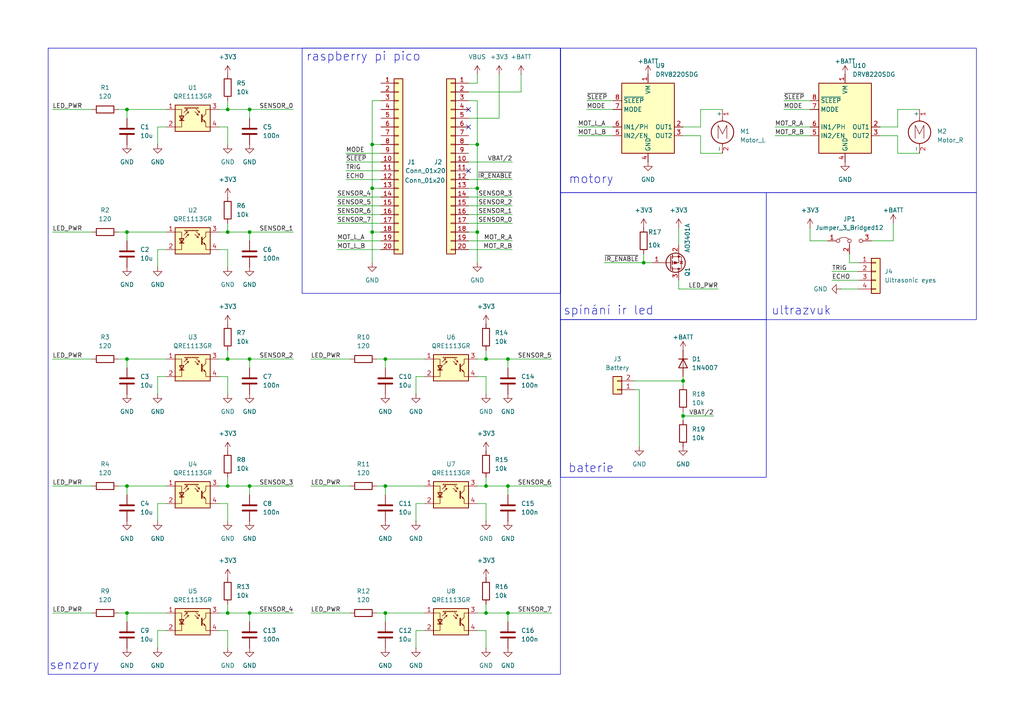
<source format=kicad_sch>
(kicad_sch (version 20250114) (generator "eeschema") (generator_version "9.0")
  (paper "A4")
  (rectangle (start 13.97 13.97) (end 162.56 195.58))
  (rectangle (start 222.25 55.88) (end 283.21 92.71))
  (rectangle (start 87.63 13.97) (end 162.56 85.09))
  (rectangle (start 162.56 92.71) (end 222.25 138.43))
  (rectangle (start 162.56 13.97) (end 283.21 55.88))
  (rectangle (start 162.56 55.88) (end 222.25 92.71))
  (text "baterie" (at 171.45 135.89 0) (effects (font (size 2.54 2.54))))
  (text "ultrazvuk" (at 232.41 90.17 0) (effects (font (size 2.54 2.54))))
  (text "raspberry pi pico" (at 105.41 16.51 0) (effects (font (size 2.54 2.54))))
  (text "senzory" (at 21.59 193.04 0) (effects (font (size 2.54 2.54))))
  (text "spínání ir led" (at 176.53 90.17 0) (effects (font (size 2.54 2.54))))
  (text "motory" (at 171.45 52.07 0) (effects (font (size 2.54 2.54))))
  (junction (at 36.83 31.75))
  (junction (at 66.04 104.14))
  (junction (at 138.43 54.61))
  (junction (at 66.04 177.8))
  (junction (at 198.12 120.65))
  (junction (at 66.04 31.75))
  (junction (at 147.32 177.8))
  (junction (at 140.97 104.14))
  (junction (at 36.83 140.97))
  (junction (at 140.97 177.8))
  (junction (at 72.39 67.31))
  (junction (at 186.69 76.2))
  (junction (at 198.12 110.49))
  (junction (at 107.95 54.61))
  (junction (at 36.83 67.31))
  (junction (at 66.04 67.31))
  (junction (at 36.83 177.8))
  (junction (at 140.97 140.97))
  (junction (at 72.39 104.14))
  (junction (at 138.43 41.91))
  (junction (at 36.83 104.14))
  (junction (at 72.39 177.8))
  (junction (at 147.32 140.97))
  (junction (at 111.76 104.14))
  (junction (at 66.04 140.97))
  (junction (at 111.76 140.97))
  (junction (at 138.43 67.31))
  (junction (at 107.95 41.91))
  (junction (at 72.39 31.75))
  (junction (at 72.39 140.97))
  (junction (at 147.32 104.14))
  (junction (at 107.95 67.31))
  (junction (at 111.76 177.8))
  (no_connect (at 135.89 36.83))
  (no_connect (at 135.89 31.75))
  (no_connect (at 135.89 49.53))
  (wire (pts (xy 140.97 114.3) (xy 140.97 109.22)))
  (wire (pts (xy 36.83 140.97) (xy 48.26 140.97)))
  (wire (pts (xy 147.32 106.68) (xy 147.32 104.14)))
  (wire (pts (xy 109.22 104.14) (xy 111.76 104.14)))
  (wire (pts (xy 120.65 109.22) (xy 120.65 114.3)))
  (wire (pts (xy 72.39 34.29) (xy 72.39 31.75)))
  (wire (pts (xy 140.97 138.43) (xy 140.97 140.97)))
  (wire (pts (xy 138.43 29.21) (xy 138.43 41.91)))
  (wire (pts (xy 72.39 177.8) (xy 85.09 177.8)))
  (wire (pts (xy 66.04 187.96) (xy 66.04 182.88)))
  (wire (pts (xy 138.43 54.61) (xy 138.43 41.91)))
  (wire (pts (xy 234.95 66.04) (xy 234.95 69.85)))
  (wire (pts (xy 138.43 24.13) (xy 138.43 21.59)))
  (wire (pts (xy 148.59 57.15) (xy 135.89 57.15)))
  (wire (pts (xy 107.95 54.61) (xy 107.95 41.91)))
  (wire (pts (xy 109.22 177.8) (xy 111.76 177.8)))
  (wire (pts (xy 34.29 31.75) (xy 36.83 31.75)))
  (wire (pts (xy 255.27 36.83) (xy 260.35 36.83)))
  (wire (pts (xy 140.97 187.96) (xy 140.97 182.88)))
  (wire (pts (xy 34.29 177.8) (xy 36.83 177.8)))
  (wire (pts (xy 97.79 57.15) (xy 110.49 57.15)))
  (wire (pts (xy 135.89 62.23) (xy 148.59 62.23)))
  (wire (pts (xy 72.39 106.68) (xy 72.39 104.14)))
  (wire (pts (xy 186.69 73.66) (xy 186.69 76.2)))
  (wire (pts (xy 36.83 104.14) (xy 48.26 104.14)))
  (wire (pts (xy 227.33 31.75) (xy 234.95 31.75)))
  (wire (pts (xy 66.04 72.39) (xy 63.5 72.39)))
  (wire (pts (xy 151.13 21.59) (xy 151.13 26.67)))
  (wire (pts (xy 198.12 109.22) (xy 198.12 110.49)))
  (wire (pts (xy 243.84 83.82) (xy 248.92 83.82)))
  (wire (pts (xy 36.83 104.14) (xy 36.83 106.68)))
  (wire (pts (xy 66.04 146.05) (xy 63.5 146.05)))
  (wire (pts (xy 45.72 146.05) (xy 45.72 151.13)))
  (wire (pts (xy 48.26 109.22) (xy 45.72 109.22)))
  (wire (pts (xy 15.24 31.75) (xy 26.67 31.75)))
  (wire (pts (xy 111.76 140.97) (xy 111.76 143.51)))
  (wire (pts (xy 72.39 104.14) (xy 66.04 104.14)))
  (wire (pts (xy 72.39 143.51) (xy 72.39 140.97)))
  (wire (pts (xy 48.26 182.88) (xy 45.72 182.88)))
  (wire (pts (xy 36.83 140.97) (xy 36.83 143.51)))
  (wire (pts (xy 107.95 67.31) (xy 107.95 76.2)))
  (wire (pts (xy 147.32 140.97) (xy 140.97 140.97)))
  (wire (pts (xy 140.97 109.22) (xy 138.43 109.22)))
  (wire (pts (xy 260.35 39.37) (xy 260.35 44.45)))
  (wire (pts (xy 135.89 29.21) (xy 138.43 29.21)))
  (wire (pts (xy 135.89 54.61) (xy 138.43 54.61)))
  (wire (pts (xy 123.19 182.88) (xy 120.65 182.88)))
  (wire (pts (xy 66.04 41.91) (xy 66.04 36.83)))
  (wire (pts (xy 36.83 31.75) (xy 48.26 31.75)))
  (wire (pts (xy 66.04 138.43) (xy 66.04 140.97)))
  (wire (pts (xy 109.22 140.97) (xy 111.76 140.97)))
  (wire (pts (xy 198.12 121.92) (xy 198.12 120.65)))
  (wire (pts (xy 34.29 67.31) (xy 36.83 67.31)))
  (wire (pts (xy 72.39 31.75) (xy 66.04 31.75)))
  (wire (pts (xy 203.2 39.37) (xy 203.2 44.45)))
  (wire (pts (xy 66.04 101.6) (xy 66.04 104.14)))
  (wire (pts (xy 36.83 67.31) (xy 48.26 67.31)))
  (wire (pts (xy 66.04 77.47) (xy 66.04 72.39)))
  (wire (pts (xy 198.12 120.65) (xy 198.12 119.38)))
  (wire (pts (xy 66.04 31.75) (xy 63.5 31.75)))
  (wire (pts (xy 15.24 140.97) (xy 26.67 140.97)))
  (wire (pts (xy 140.97 140.97) (xy 138.43 140.97)))
  (wire (pts (xy 15.24 177.8) (xy 26.67 177.8)))
  (wire (pts (xy 203.2 31.75) (xy 209.55 31.75)))
  (wire (pts (xy 140.97 177.8) (xy 138.43 177.8)))
  (wire (pts (xy 72.39 67.31) (xy 85.09 67.31)))
  (wire (pts (xy 45.72 72.39) (xy 45.72 77.47)))
  (wire (pts (xy 135.89 26.67) (xy 151.13 26.67)))
  (wire (pts (xy 198.12 36.83) (xy 203.2 36.83)))
  (wire (pts (xy 224.79 39.37) (xy 234.95 39.37)))
  (wire (pts (xy 241.3 78.74) (xy 248.92 78.74)))
  (wire (pts (xy 48.26 36.83) (xy 45.72 36.83)))
  (wire (pts (xy 97.79 62.23) (xy 110.49 62.23)))
  (wire (pts (xy 147.32 104.14) (xy 140.97 104.14)))
  (wire (pts (xy 147.32 104.14) (xy 160.02 104.14)))
  (wire (pts (xy 72.39 180.34) (xy 72.39 177.8)))
  (wire (pts (xy 203.2 36.83) (xy 203.2 31.75)))
  (wire (pts (xy 170.18 29.21) (xy 177.8 29.21)))
  (wire (pts (xy 260.35 44.45) (xy 266.7 44.45)))
  (wire (pts (xy 111.76 104.14) (xy 123.19 104.14)))
  (wire (pts (xy 90.17 104.14) (xy 101.6 104.14)))
  (wire (pts (xy 100.33 52.07) (xy 110.49 52.07)))
  (wire (pts (xy 140.97 175.26) (xy 140.97 177.8)))
  (wire (pts (xy 224.79 36.83) (xy 234.95 36.83)))
  (wire (pts (xy 66.04 104.14) (xy 63.5 104.14)))
  (wire (pts (xy 66.04 29.21) (xy 66.04 31.75)))
  (wire (pts (xy 72.39 31.75) (xy 85.09 31.75)))
  (wire (pts (xy 140.97 101.6) (xy 140.97 104.14)))
  (wire (pts (xy 15.24 67.31) (xy 26.67 67.31)))
  (wire (pts (xy 148.59 59.69) (xy 135.89 59.69)))
  (wire (pts (xy 147.32 177.8) (xy 160.02 177.8)))
  (wire (pts (xy 66.04 182.88) (xy 63.5 182.88)))
  (wire (pts (xy 260.35 36.83) (xy 260.35 31.75)))
  (wire (pts (xy 36.83 67.31) (xy 36.83 69.85)))
  (wire (pts (xy 36.83 177.8) (xy 36.83 180.34)))
  (wire (pts (xy 107.95 29.21) (xy 107.95 41.91)))
  (wire (pts (xy 227.33 29.21) (xy 234.95 29.21)))
  (wire (pts (xy 97.79 59.69) (xy 110.49 59.69)))
  (wire (pts (xy 66.04 64.77) (xy 66.04 67.31)))
  (wire (pts (xy 144.78 21.59) (xy 144.78 34.29)))
  (wire (pts (xy 66.04 177.8) (xy 63.5 177.8)))
  (wire (pts (xy 34.29 140.97) (xy 36.83 140.97)))
  (wire (pts (xy 135.89 41.91) (xy 138.43 41.91)))
  (wire (pts (xy 135.89 64.77) (xy 148.59 64.77)))
  (wire (pts (xy 110.49 29.21) (xy 107.95 29.21)))
  (wire (pts (xy 100.33 44.45) (xy 110.49 44.45)))
  (wire (pts (xy 34.29 104.14) (xy 36.83 104.14)))
  (wire (pts (xy 203.2 44.45) (xy 209.55 44.45)))
  (wire (pts (xy 147.32 140.97) (xy 160.02 140.97)))
  (wire (pts (xy 185.42 129.54) (xy 185.42 113.03)))
  (wire (pts (xy 120.65 146.05) (xy 120.65 151.13)))
  (wire (pts (xy 241.3 81.28) (xy 248.92 81.28)))
  (wire (pts (xy 260.35 31.75) (xy 266.7 31.75)))
  (wire (pts (xy 66.04 67.31) (xy 63.5 67.31)))
  (wire (pts (xy 147.32 143.51) (xy 147.32 140.97)))
  (wire (pts (xy 66.04 36.83) (xy 63.5 36.83)))
  (wire (pts (xy 170.18 31.75) (xy 177.8 31.75)))
  (wire (pts (xy 184.15 110.49) (xy 198.12 110.49)))
  (wire (pts (xy 147.32 180.34) (xy 147.32 177.8)))
  (wire (pts (xy 248.92 76.2) (xy 246.38 76.2)))
  (wire (pts (xy 66.04 109.22) (xy 63.5 109.22)))
  (wire (pts (xy 97.79 64.77) (xy 110.49 64.77)))
  (wire (pts (xy 107.95 67.31) (xy 107.95 54.61)))
  (wire (pts (xy 97.79 72.39) (xy 110.49 72.39)))
  (wire (pts (xy 72.39 177.8) (xy 66.04 177.8)))
  (wire (pts (xy 110.49 67.31) (xy 107.95 67.31)))
  (wire (pts (xy 135.89 52.07) (xy 148.59 52.07)))
  (wire (pts (xy 72.39 140.97) (xy 85.09 140.97)))
  (wire (pts (xy 66.04 140.97) (xy 63.5 140.97)))
  (wire (pts (xy 120.65 182.88) (xy 120.65 187.96)))
  (wire (pts (xy 72.39 69.85) (xy 72.39 67.31)))
  (wire (pts (xy 138.43 67.31) (xy 138.43 54.61)))
  (wire (pts (xy 107.95 41.91) (xy 110.49 41.91)))
  (wire (pts (xy 135.89 67.31) (xy 138.43 67.31)))
  (wire (pts (xy 110.49 54.61) (xy 107.95 54.61)))
  (wire (pts (xy 66.04 114.3) (xy 66.04 109.22)))
  (wire (pts (xy 72.39 140.97) (xy 66.04 140.97)))
  (wire (pts (xy 72.39 67.31) (xy 66.04 67.31)))
  (wire (pts (xy 100.33 46.99) (xy 110.49 46.99)))
  (wire (pts (xy 135.89 69.85) (xy 148.59 69.85)))
  (wire (pts (xy 135.89 72.39) (xy 148.59 72.39)))
  (wire (pts (xy 45.72 182.88) (xy 45.72 187.96)))
  (wire (pts (xy 167.64 36.83) (xy 177.8 36.83)))
  (wire (pts (xy 140.97 104.14) (xy 138.43 104.14)))
  (wire (pts (xy 135.89 46.99) (xy 148.59 46.99)))
  (wire (pts (xy 140.97 146.05) (xy 138.43 146.05)))
  (wire (pts (xy 97.79 69.85) (xy 110.49 69.85)))
  (wire (pts (xy 186.69 76.2) (xy 189.23 76.2)))
  (wire (pts (xy 123.19 146.05) (xy 120.65 146.05)))
  (wire (pts (xy 196.85 66.04) (xy 196.85 71.12)))
  (wire (pts (xy 90.17 140.97) (xy 101.6 140.97)))
  (wire (pts (xy 198.12 120.65) (xy 207.01 120.65)))
  (wire (pts (xy 111.76 104.14) (xy 111.76 106.68)))
  (wire (pts (xy 234.95 69.85) (xy 240.03 69.85)))
  (wire (pts (xy 167.64 39.37) (xy 177.8 39.37)))
  (wire (pts (xy 185.42 113.03) (xy 184.15 113.03)))
  (wire (pts (xy 48.26 146.05) (xy 45.72 146.05)))
  (wire (pts (xy 72.39 104.14) (xy 85.09 104.14)))
  (wire (pts (xy 15.24 104.14) (xy 26.67 104.14)))
  (wire (pts (xy 111.76 177.8) (xy 123.19 177.8)))
  (wire (pts (xy 138.43 67.31) (xy 138.43 76.2)))
  (wire (pts (xy 140.97 151.13) (xy 140.97 146.05)))
  (wire (pts (xy 255.27 39.37) (xy 260.35 39.37)))
  (wire (pts (xy 196.85 81.28) (xy 196.85 83.82)))
  (wire (pts (xy 147.32 177.8) (xy 140.97 177.8)))
  (wire (pts (xy 259.08 69.85) (xy 259.08 64.77)))
  (wire (pts (xy 66.04 175.26) (xy 66.04 177.8)))
  (wire (pts (xy 36.83 177.8) (xy 48.26 177.8)))
  (wire (pts (xy 66.04 151.13) (xy 66.04 146.05)))
  (wire (pts (xy 198.12 111.76) (xy 198.12 110.49)))
  (wire (pts (xy 135.89 24.13) (xy 138.43 24.13)))
  (wire (pts (xy 36.83 31.75) (xy 36.83 34.29)))
  (wire (pts (xy 90.17 177.8) (xy 101.6 177.8)))
  (wire (pts (xy 196.85 83.82) (xy 208.28 83.82)))
  (wire (pts (xy 175.26 76.2) (xy 186.69 76.2)))
  (wire (pts (xy 123.19 109.22) (xy 120.65 109.22)))
  (wire (pts (xy 100.33 49.53) (xy 110.49 49.53)))
  (wire (pts (xy 198.12 39.37) (xy 203.2 39.37)))
  (wire (pts (xy 144.78 34.29) (xy 135.89 34.29)))
  (wire (pts (xy 45.72 36.83) (xy 45.72 41.91)))
  (wire (pts (xy 111.76 140.97) (xy 123.19 140.97)))
  (wire (pts (xy 252.73 69.85) (xy 259.08 69.85)))
  (wire (pts (xy 111.76 177.8) (xy 111.76 180.34)))
  (wire (pts (xy 246.38 76.2) (xy 246.38 73.66)))
  (wire (pts (xy 48.26 72.39) (xy 45.72 72.39)))
  (wire (pts (xy 140.97 182.88) (xy 138.43 182.88)))
  (wire (pts (xy 45.72 109.22) (xy 45.72 114.3)))
  (label "SENSOR_4" (at 85.09 177.8 180))
  (label "SENSOR_3" (at 85.09 140.97 180))
  (label "LED_PWR" (at 15.24 31.75 0))
  (label "ECHO" (at 100.33 52.07 0))
  (label "~{SLEEP}" (at 227.33 29.21 0))
  (label "MOT_R_B" (at 224.79 39.37 0))
  (label "LED_PWR" (at 15.24 140.97 0))
  (label "TRIG" (at 241.3 78.74 0))
  (label "LED_PWR" (at 90.17 177.8 0))
  (label "MOT_R_A" (at 148.59 69.85 180))
  (label "SENSOR_1" (at 85.09 67.31 180))
  (label "MODE" (at 100.33 44.45 0))
  (label "MOT_L_A" (at 167.64 36.83 0))
  (label "~{SLEEP}" (at 100.33 46.99 0))
  (label "SENSOR_0" (at 85.09 31.75 180))
  (label "LED_PWR" (at 90.17 104.14 0))
  (label "LED_PWR" (at 15.24 67.31 0))
  (label "ECHO" (at 241.3 81.28 0))
  (label "MOT_L_A" (at 97.79 69.85 0))
  (label "SENSOR_0" (at 148.59 64.77 180))
  (label "MOT_L_B" (at 167.64 39.37 0))
  (label "VBAT{slash}2" (at 148.59 46.99 180))
  (label "~{IR_ENABLE}" (at 175.26 76.2 0))
  (label "MOT_R_A" (at 224.79 36.83 0))
  (label "SENSOR_7" (at 160.02 177.8 180))
  (label "SENSOR_5" (at 97.79 59.69 0))
  (label "SENSOR_2" (at 85.09 104.14 180))
  (label "~{SLEEP}" (at 170.18 29.21 0))
  (label "SENSOR_3" (at 148.59 57.15 180))
  (label "LED_PWR" (at 15.24 177.8 0))
  (label "SENSOR_2" (at 148.59 59.69 180))
  (label "SENSOR_6" (at 160.02 140.97 180))
  (label "MOT_R_B" (at 148.59 72.39 180))
  (label "LED_PWR" (at 15.24 104.14 0))
  (label "SENSOR_4" (at 97.79 57.15 0))
  (label "SENSOR_1" (at 148.59 62.23 180))
  (label "MODE" (at 170.18 31.75 0))
  (label "VBAT{slash}2" (at 207.01 120.65 180))
  (label "SENSOR_5" (at 160.02 104.14 180))
  (label "MOT_L_B" (at 97.79 72.39 0))
  (label "LED_PWR" (at 208.28 83.82 180))
  (label "SENSOR_7" (at 97.79 64.77 0))
  (label "TRIG" (at 100.33 49.53 0))
  (label "~{IR_ENABLE}" (at 148.59 52.07 180))
  (label "MODE" (at 227.33 31.75 0))
  (label "SENSOR_6" (at 97.79 62.23 0))
  (label "LED_PWR" (at 90.17 140.97 0))
  (symbol (lib_id "power:GND") (at 36.83 77.47 0) (unit 1)
    (property "Reference" "#PWR02" (effects (hide yes)))
    (property "Value" "GND" (at 36.83 82.55 0))
    (property "Description" "Power symbol creates a global label with name \"GND\" , ground" (effects (hide yes)))
  )
  (symbol (lib_id "Device:C") (at 72.39 38.1 0) (unit 1)
    (property "Reference" "C5" (at 76.2 36.8299 0) (effects (justify left)))
    (property "Value" "100n" (at 76.2 39.3699 0) (effects (justify left)))
    (property "Footprint" "Capacitor_SMD:C_0603_1608Metric_Pad1.08x0.95mm_HandSolder" (effects (hide yes)))
    (property "Description" "Unpolarized capacitor" (effects (hide yes)))
  )
  (symbol (lib_id "Device:C") (at 72.39 184.15 0) (unit 1)
    (property "Reference" "C13" (at 76.2 182.8799 0) (effects (justify left)))
    (property "Value" "100n" (at 76.2 185.4199 0) (effects (justify left)))
    (property "Footprint" "Capacitor_SMD:C_0603_1608Metric_Pad1.08x0.95mm_HandSolder" (effects (hide yes)))
    (property "Description" "Unpolarized capacitor" (effects (hide yes)))
  )
  (symbol (lib_id "power:GND") (at 111.76 114.3 0) (unit 1)
    (property "Reference" "#PWR022" (effects (hide yes)))
    (property "Value" "GND" (at 111.76 119.38 0))
    (property "Description" "Power symbol creates a global label with name \"GND\" , ground" (effects (hide yes)))
  )
  (symbol (lib_id "power:GND") (at 140.97 151.13 0) (unit 1)
    (property "Reference" "#PWR034" (effects (hide yes)))
    (property "Value" "GND" (at 140.97 156.21 0))
    (property "Description" "Power symbol creates a global label with name \"GND\" , ground" (effects (hide yes)))
  )
  (symbol (lib_id "power:+3V3") (at 186.69 66.04 0) (unit 1)
    (property "Reference" "#PWR044" (effects (hide yes)))
    (property "Value" "+3V3" (at 186.69 60.96 0))
    (property "Description" "Power symbol creates a global label with name \"+3V3\"" (effects (hide yes)))
  )
  (symbol (lib_id "Sensor_Proximity:QRE1113GR") (at 55.88 34.29 0) (unit 1)
    (property "Reference" "U1" (at 55.88 25.4 0))
    (property "Value" "QRE1113GR" (at 55.88 27.94 0))
    (property "Footprint" "OptoDevice:OnSemi_CASE100CY" (effects (hide yes)))
    (property "Datasheet" "http://www.onsemi.com/pub/Collateral/QRE1113-D.PDF" (effects (hide yes)))
    (property "Description" "Miniature Reflective Optical Object Sensor, SMD-4" (effects (hide yes)))
  )
  (symbol (lib_id "power:+3V3") (at 140.97 130.81 0) (unit 1)
    (property "Reference" "#PWR033" (effects (hide yes)))
    (property "Value" "+3V3" (at 140.97 125.73 0))
    (property "Description" "Power symbol creates a global label with name \"+3V3\"" (effects (hide yes)))
  )
  (symbol (lib_id "Motor:Motor_DC") (at 209.55 36.83 0) (unit 1)
    (property "Reference" "M1" (at 214.63 38.0999 0) (effects (justify left)))
    (property "Value" "Motor_L" (at 214.63 40.6399 0) (effects (justify left)))
    (property "Footprint" "Connector_JST:JST_XH_B2B-XH-A_1x02_P2.50mm_Vertical" (effects (hide yes)))
    (property "Description" "DC Motor" (effects (hide yes)))
  )
  (symbol (lib_id "Device:R") (at 105.41 104.14 90) (unit 1)
    (property "Reference" "R10" (at 105.41 97.79 90))
    (property "Value" "120" (at 105.41 100.33 90))
    (property "Footprint" "Resistor_SMD:R_0603_1608Metric_Pad0.98x0.95mm_HandSolder" (effects (hide yes)))
    (property "Description" "Resistor" (effects (hide yes)))
  )
  (symbol (lib_id "power:GND") (at 138.43 76.2 0) (unit 1)
    (property "Reference" "#PWR047" (effects (hide yes)))
    (property "Value" "GND" (at 138.43 81.28 0))
    (property "Description" "Power symbol creates a global label with name \"GND\" , ground" (effects (hide yes)))
  )
  (symbol (lib_id "Device:R") (at 140.97 97.79 180) (unit 1)
    (property "Reference" "R14" (at 143.51 96.5199 0) (effects (justify right)))
    (property "Value" "10k" (at 143.51 99.0599 0) (effects (justify right)))
    (property "Footprint" "Resistor_SMD:R_0603_1608Metric_Pad0.98x0.95mm_HandSolder" (effects (hide yes)))
    (property "Description" "Resistor" (effects (hide yes)))
  )
  (symbol (lib_id "power:+3V3") (at 140.97 167.64 0) (unit 1)
    (property "Reference" "#PWR035" (effects (hide yes)))
    (property "Value" "+3V3" (at 140.97 162.56 0))
    (property "Description" "Power symbol creates a global label with name \"+3V3\"" (effects (hide yes)))
  )
  (symbol (lib_id "power:GND") (at 72.39 151.13 0) (unit 1)
    (property "Reference" "#PWR020" (effects (hide yes)))
    (property "Value" "GND" (at 72.39 156.21 0))
    (property "Description" "Power symbol creates a global label with name \"GND\" , ground" (effects (hide yes)))
  )
  (symbol (lib_id "Sensor_Proximity:QRE1113GR") (at 130.81 106.68 0) (unit 1)
    (property "Reference" "U6" (at 130.81 97.79 0))
    (property "Value" "QRE1113GR" (at 130.81 100.33 0))
    (property "Footprint" "OptoDevice:OnSemi_CASE100CY" (effects (hide yes)))
    (property "Datasheet" "http://www.onsemi.com/pub/Collateral/QRE1113-D.PDF" (effects (hide yes)))
    (property "Description" "Miniature Reflective Optical Object Sensor, SMD-4" (effects (hide yes)))
  )
  (symbol (lib_id "power:GND") (at 187.96 46.99 0) (unit 1)
    (property "Reference" "#PWR043" (effects (hide yes)))
    (property "Value" "GND" (at 187.96 52.07 0))
    (property "Description" "Power symbol creates a global label with name \"GND\" , ground" (effects (hide yes)))
  )
  (symbol (lib_id "Device:C") (at 36.83 38.1 0) (unit 1)
    (property "Reference" "C1" (at 40.64 36.8299 0) (effects (justify left)))
    (property "Value" "10u" (at 40.64 39.3699 0) (effects (justify left)))
    (property "Footprint" "Capacitor_SMD:C_0603_1608Metric_Pad1.08x0.95mm_HandSolder" (effects (hide yes)))
    (property "Description" "Unpolarized capacitor" (effects (hide yes)))
  )
  (symbol (lib_id "power:GND") (at 107.95 76.2 0) (unit 1)
    (property "Reference" "#PWR041" (effects (hide yes)))
    (property "Value" "GND" (at 107.95 81.28 0))
    (property "Description" "Power symbol creates a global label with name \"GND\" , ground" (effects (hide yes)))
  )
  (symbol (lib_id "power:+3V3") (at 144.78 21.59 0) (unit 1)
    (property "Reference" "#PWR048" (effects (hide yes)))
    (property "Value" "+3V3" (at 144.78 16.51 0))
    (property "Description" "Power symbol creates a global label with name \"+3V3\"" (effects (hide yes)))
  )
  (symbol (lib_id "power:+3V3") (at 66.04 57.15 0) (unit 1)
    (property "Reference" "#PWR011" (effects (hide yes)))
    (property "Value" "+3V3" (at 66.04 52.07 0))
    (property "Description" "Power symbol creates a global label with name \"+3V3\"" (effects (hide yes)))
  )
  (symbol (lib_id "power:VBUS") (at 138.43 21.59 0) (unit 1)
    (property "Reference" "#PWR046" (effects (hide yes)))
    (property "Value" "VBUS" (at 138.43 16.51 0))
    (property "Description" "Power symbol creates a global label with name \"VBUS\"" (effects (hide yes)))
  )
  (symbol (lib_id "power:+3V3") (at 196.85 66.04 0) (unit 1)
    (property "Reference" "#PWR045" (effects (hide yes)))
    (property "Value" "+3V3" (at 196.85 60.96 0))
    (property "Description" "Power symbol creates a global label with name \"+3V3\"" (effects (hide yes)))
  )
  (symbol (lib_id "Connector_Generic:Conn_01x02") (at 179.07 113.03 180) (unit 1)
    (property "Reference" "J3" (at 179.07 104.14 0))
    (property "Value" "Battery" (at 179.07 106.68 0))
    (property "Footprint" "easyeda2kicad:BATTERY-SMD_18650-1S-L77.1-W20.7-1" (effects (hide yes)))
    (property "Description" "Generic connector, single row, 01x02, script generated (kicad-library-utils/schlib/autogen/connector/)" (effects (hide yes)))
  )
  (symbol (lib_id "power:GND") (at 72.39 187.96 0) (unit 1)
    (property "Reference" "#PWR037" (effects (hide yes)))
    (property "Value" "GND" (at 72.39 193.04 0))
    (property "Description" "Power symbol creates a global label with name \"GND\" , ground" (effects (hide yes)))
  )
  (symbol (lib_id "Connector_Generic:Conn_01x04") (at 254 78.74 0) (unit 1)
    (property "Reference" "J4" (at 256.54 78.7399 0) (effects (justify left)))
    (property "Value" "Ultrasonic eyes" (at 256.54 81.2799 0) (effects (justify left)))
    (property "Footprint" "Connector_PinSocket_2.54mm:PinSocket_1x04_P2.54mm_Vertical" (effects (hide yes)))
    (property "Description" "Generic connector, single row, 01x04, script generated (kicad-library-utils/schlib/autogen/connector/)" (effects (hide yes)))
  )
  (symbol (lib_id "power:GND") (at 45.72 114.3 0) (unit 1)
    (property "Reference" "#PWR07" (effects (hide yes)))
    (property "Value" "GND" (at 45.72 119.38 0))
    (property "Description" "Power symbol creates a global label with name \"GND\" , ground" (effects (hide yes)))
  )
  (symbol (lib_id "Device:C") (at 36.83 110.49 0) (unit 1)
    (property "Reference" "C3" (at 40.64 109.2199 0) (effects (justify left)))
    (property "Value" "10u" (at 40.64 111.7599 0) (effects (justify left)))
    (property "Footprint" "Capacitor_SMD:C_0603_1608Metric_Pad1.08x0.95mm_HandSolder" (effects (hide yes)))
    (property "Description" "Unpolarized capacitor" (effects (hide yes)))
  )
  (symbol (lib_id "Device:R") (at 198.12 125.73 0) (unit 1)
    (property "Reference" "R19" (at 200.66 124.4599 0) (effects (justify left)))
    (property "Value" "10k" (at 200.66 126.9999 0) (effects (justify left)))
    (property "Footprint" "Resistor_SMD:R_0603_1608Metric_Pad0.98x0.95mm_HandSolder" (effects (hide yes)))
    (property "Datasheet" "https://www.lcsc.com/datasheet/lcsc_datasheet_2304140030_YAGEO-RC0603FR-0722KL_C114065.pdf" (effects (hide yes)))
    (property "Description" "Resistor" (effects (hide yes)))
    (property "Inv. number" "C114065" (effects (hide yes)))
    (property "Mnf. number" "RC0603FR-0722KL" (effects (hide yes)))
    (property "Supplier" "LCSC" (effects (hide yes)))
    (property "Price (CZK) /pc" "0,029" (effects (hide yes)))
  )
  (symbol (lib_id "power:GND") (at 45.72 41.91 0) (unit 1)
    (property "Reference" "#PWR05" (effects (hide yes)))
    (property "Value" "GND" (at 45.72 46.99 0))
    (property "Description" "Power symbol creates a global label with name \"GND\" , ground" (effects (hide yes)))
  )
  (symbol (lib_id "Device:C") (at 147.32 184.15 0) (unit 1)
    (property "Reference" "C16" (at 151.13 182.8799 0) (effects (justify left)))
    (property "Value" "100n" (at 151.13 185.4199 0) (effects (justify left)))
    (property "Footprint" "Capacitor_SMD:C_0603_1608Metric_Pad1.08x0.95mm_HandSolder" (effects (hide yes)))
    (property "Description" "Unpolarized capacitor" (effects (hide yes)))
  )
  (symbol (lib_id "power:+3V3") (at 66.04 21.59 0) (unit 1)
    (property "Reference" "#PWR09" (effects (hide yes)))
    (property "Value" "+3V3" (at 66.04 16.51 0))
    (property "Description" "Power symbol creates a global label with name \"+3V3\"" (effects (hide yes)))
  )
  (symbol (lib_id "power:GND") (at 66.04 151.13 0) (unit 1)
    (property "Reference" "#PWR016" (effects (hide yes)))
    (property "Value" "GND" (at 66.04 156.21 0))
    (property "Description" "Power symbol creates a global label with name \"GND\" , ground" (effects (hide yes)))
  )
  (symbol (lib_id "power:GND") (at 120.65 151.13 0) (unit 1)
    (property "Reference" "#PWR027" (effects (hide yes)))
    (property "Value" "GND" (at 120.65 156.21 0))
    (property "Description" "Power symbol creates a global label with name \"GND\" , ground" (effects (hide yes)))
  )
  (symbol (lib_id "Device:C") (at 147.32 110.49 0) (unit 1)
    (property "Reference" "C14" (at 151.13 109.2199 0) (effects (justify left)))
    (property "Value" "100n" (at 151.13 111.7599 0) (effects (justify left)))
    (property "Footprint" "Capacitor_SMD:C_0603_1608Metric_Pad1.08x0.95mm_HandSolder" (effects (hide yes)))
    (property "Description" "Unpolarized capacitor" (effects (hide yes)))
  )
  (symbol (lib_id "power:GND") (at 111.76 151.13 0) (unit 1)
    (property "Reference" "#PWR023" (effects (hide yes)))
    (property "Value" "GND" (at 111.76 156.21 0))
    (property "Description" "Power symbol creates a global label with name \"GND\" , ground" (effects (hide yes)))
  )
  (symbol (lib_id "power:GND") (at 72.39 41.91 0) (unit 1)
    (property "Reference" "#PWR017" (effects (hide yes)))
    (property "Value" "GND" (at 72.39 46.99 0))
    (property "Description" "Power symbol creates a global label with name \"GND\" , ground" (effects (hide yes)))
  )
  (symbol (lib_id "Device:C") (at 36.83 73.66 0) (unit 1)
    (property "Reference" "C2" (at 40.64 72.3899 0) (effects (justify left)))
    (property "Value" "10u" (at 40.64 74.9299 0) (effects (justify left)))
    (property "Footprint" "Capacitor_SMD:C_0603_1608Metric_Pad1.08x0.95mm_HandSolder" (effects (hide yes)))
    (property "Description" "Unpolarized capacitor" (effects (hide yes)))
  )
  (symbol (lib_id "Device:R") (at 198.12 115.57 0) (unit 1)
    (property "Reference" "R18" (at 200.66 114.2999 0) (effects (justify left)))
    (property "Value" "10k" (at 200.66 116.8399 0) (effects (justify left)))
    (property "Footprint" "Resistor_SMD:R_0603_1608Metric_Pad0.98x0.95mm_HandSolder" (effects (hide yes)))
    (property "Datasheet" "https://www.lcsc.com/datasheet/lcsc_datasheet_2304140030_YAGEO-RC0603JR-0712KL_C137662.pdf" (effects (hide yes)))
    (property "Description" "Resistor" (effects (hide yes)))
    (property "Inv. number" "C137662" (effects (hide yes)))
    (property "Mnf. number" "RC0603JR-0712KL" (effects (hide yes)))
    (property "Supplier" "LCSC" (effects (hide yes)))
    (property "Price (CZK) /pc" "0,024" (effects (hide yes)))
  )
  (symbol (lib_id "Device:R") (at 30.48 104.14 90) (unit 1)
    (property "Reference" "R3" (at 30.48 97.79 90))
    (property "Value" "120" (at 30.48 100.33 90))
    (property "Footprint" "Resistor_SMD:R_0603_1608Metric_Pad0.98x0.95mm_HandSolder" (effects (hide yes)))
    (property "Description" "Resistor" (effects (hide yes)))
  )
  (symbol (lib_id "Sensor_Proximity:QRE1113GR") (at 130.81 180.34 0) (unit 1)
    (property "Reference" "U8" (at 130.81 171.45 0))
    (property "Value" "QRE1113GR" (at 130.81 173.99 0))
    (property "Footprint" "OptoDevice:OnSemi_CASE100CY" (effects (hide yes)))
    (property "Datasheet" "http://www.onsemi.com/pub/Collateral/QRE1113-D.PDF" (effects (hide yes)))
    (property "Description" "Miniature Reflective Optical Object Sensor, SMD-4" (effects (hide yes)))
  )
  (symbol (lib_id "power:+BATT") (at 198.12 101.6 0) (unit 1)
    (property "Reference" "#PWR056" (effects (hide yes)))
    (property "Value" "+BATT" (at 198.12 97.79 0))
  )
  (symbol (lib_id "Transistor_FET:AO3401A") (at 194.31 76.2 0) (mirror x) (unit 1)
    (property "Reference" "Q1" (at 199.39 77.47 90) (effects (justify left)))
    (property "Value" "AO3401A" (at 199.39 64.77 90) (effects (justify left)))
    (property "Footprint" "Package_TO_SOT_SMD:SOT-23" (effects (hide yes)))
    (property "Datasheet" "http://www.aosmd.com/pdfs/datasheet/AO3401A.pdf" (effects (hide yes)))
    (property "LCSC" "C2938367" (effects (hide yes)))
  )
  (symbol (lib_id "power:+3V3") (at 140.97 93.98 0) (unit 1)
    (property "Reference" "#PWR031" (effects (hide yes)))
    (property "Value" "+3V3" (at 140.97 88.9 0))
    (property "Description" "Power symbol creates a global label with name \"+3V3\"" (effects (hide yes)))
  )
  (symbol (lib_id "Device:C") (at 36.83 184.15 0) (unit 1)
    (property "Reference" "C9" (at 40.64 182.8799 0) (effects (justify left)))
    (property "Value" "10u" (at 40.64 185.4199 0) (effects (justify left)))
    (property "Footprint" "Capacitor_SMD:C_0603_1608Metric_Pad1.08x0.95mm_HandSolder" (effects (hide yes)))
    (property "Description" "Unpolarized capacitor" (effects (hide yes)))
  )
  (symbol (lib_id "Device:C") (at 111.76 184.15 0) (unit 1)
    (property "Reference" "C12" (at 115.57 182.8799 0) (effects (justify left)))
    (property "Value" "10u" (at 115.57 185.4199 0) (effects (justify left)))
    (property "Footprint" "Capacitor_SMD:C_0603_1608Metric_Pad1.08x0.95mm_HandSolder" (effects (hide yes)))
    (property "Description" "Unpolarized capacitor" (effects (hide yes)))
  )
  (symbol (lib_id "power:GND") (at 72.39 77.47 0) (unit 1)
    (property "Reference" "#PWR018" (effects (hide yes)))
    (property "Value" "GND" (at 72.39 82.55 0))
    (property "Description" "Power symbol creates a global label with name \"GND\" , ground" (effects (hide yes)))
  )
  (symbol (lib_id "Sensor_Proximity:QRE1113GR") (at 55.88 69.85 0) (unit 1)
    (property "Reference" "U2" (at 55.88 60.96 0))
    (property "Value" "QRE1113GR" (at 55.88 63.5 0))
    (property "Footprint" "OptoDevice:OnSemi_CASE100CY" (effects (hide yes)))
    (property "Datasheet" "http://www.onsemi.com/pub/Collateral/QRE1113-D.PDF" (effects (hide yes)))
    (property "Description" "Miniature Reflective Optical Object Sensor, SMD-4" (effects (hide yes)))
  )
  (symbol (lib_id "Device:C") (at 111.76 110.49 0) (unit 1)
    (property "Reference" "C10" (at 115.57 109.2199 0) (effects (justify left)))
    (property "Value" "10u" (at 115.57 111.7599 0) (effects (justify left)))
    (property "Footprint" "Capacitor_SMD:C_0603_1608Metric_Pad1.08x0.95mm_HandSolder" (effects (hide yes)))
    (property "Description" "Unpolarized capacitor" (effects (hide yes)))
  )
  (symbol (lib_id "Device:R") (at 66.04 60.96 180) (unit 1)
    (property "Reference" "R6" (at 68.58 59.6899 0) (effects (justify right)))
    (property "Value" "10k" (at 68.58 62.2299 0) (effects (justify right)))
    (property "Footprint" "Resistor_SMD:R_0603_1608Metric_Pad0.98x0.95mm_HandSolder" (effects (hide yes)))
    (property "Description" "Resistor" (effects (hide yes)))
  )
  (symbol (lib_id "Device:C") (at 72.39 110.49 0) (unit 1)
    (property "Reference" "C7" (at 76.2 109.2199 0) (effects (justify left)))
    (property "Value" "100n" (at 76.2 111.7599 0) (effects (justify left)))
    (property "Footprint" "Capacitor_SMD:C_0603_1608Metric_Pad1.08x0.95mm_HandSolder" (effects (hide yes)))
    (property "Description" "Unpolarized capacitor" (effects (hide yes)))
  )
  (symbol (lib_id "Sensor_Proximity:QRE1113GR") (at 130.81 143.51 0) (unit 1)
    (property "Reference" "U7" (at 130.81 134.62 0))
    (property "Value" "QRE1113GR" (at 130.81 137.16 0))
    (property "Footprint" "OptoDevice:OnSemi_CASE100CY" (effects (hide yes)))
    (property "Datasheet" "http://www.onsemi.com/pub/Collateral/QRE1113-D.PDF" (effects (hide yes)))
    (property "Description" "Miniature Reflective Optical Object Sensor, SMD-4" (effects (hide yes)))
  )
  (symbol (lib_id "power:GND") (at 147.32 187.96 0) (unit 1)
    (property "Reference" "#PWR040" (effects (hide yes)))
    (property "Value" "GND" (at 147.32 193.04 0))
    (property "Description" "Power symbol creates a global label with name \"GND\" , ground" (effects (hide yes)))
  )
  (symbol (lib_id "power:GND") (at 120.65 114.3 0) (unit 1)
    (property "Reference" "#PWR026" (effects (hide yes)))
    (property "Value" "GND" (at 120.65 119.38 0))
    (property "Description" "Power symbol creates a global label with name \"GND\" , ground" (effects (hide yes)))
  )
  (symbol (lib_id "Device:R") (at 140.97 134.62 180) (unit 1)
    (property "Reference" "R15" (at 143.51 133.3499 0) (effects (justify right)))
    (property "Value" "10k" (at 143.51 135.8899 0) (effects (justify right)))
    (property "Footprint" "Resistor_SMD:R_0603_1608Metric_Pad0.98x0.95mm_HandSolder" (effects (hide yes)))
    (property "Description" "Resistor" (effects (hide yes)))
  )
  (symbol (lib_id "power:GND") (at 245.11 46.99 0) (unit 1)
    (property "Reference" "#PWR053" (effects (hide yes)))
    (property "Value" "GND" (at 245.11 52.07 0))
    (property "Description" "Power symbol creates a global label with name \"GND\" , ground" (effects (hide yes)))
  )
  (symbol (lib_id "power:GND") (at 72.39 114.3 0) (unit 1)
    (property "Reference" "#PWR019" (effects (hide yes)))
    (property "Value" "GND" (at 72.39 119.38 0))
    (property "Description" "Power symbol creates a global label with name \"GND\" , ground" (effects (hide yes)))
  )
  (symbol (lib_id "power:GND") (at 147.32 114.3 0) (unit 1)
    (property "Reference" "#PWR038" (effects (hide yes)))
    (property "Value" "GND" (at 147.32 119.38 0))
    (property "Description" "Power symbol creates a global label with name \"GND\" , ground" (effects (hide yes)))
  )
  (symbol (lib_id "Device:R") (at 66.04 134.62 180) (unit 1)
    (property "Reference" "R8" (at 68.58 133.3499 0) (effects (justify right)))
    (property "Value" "10k" (at 68.58 135.8899 0) (effects (justify right)))
    (property "Footprint" "Resistor_SMD:R_0603_1608Metric_Pad0.98x0.95mm_HandSolder" (effects (hide yes)))
    (property "Description" "Resistor" (effects (hide yes)))
  )
  (symbol (lib_id "power:GND") (at 36.83 151.13 0) (unit 1)
    (property "Reference" "#PWR04" (effects (hide yes)))
    (property "Value" "GND" (at 36.83 156.21 0))
    (property "Description" "Power symbol creates a global label with name \"GND\" , ground" (effects (hide yes)))
  )
  (symbol (lib_id "power:+BATT") (at 151.13 21.59 0) (unit 1)
    (property "Reference" "#PWR049" (effects (hide yes)))
    (property "Value" "+BATT" (at 151.13 16.51 0))
  )
  (symbol (lib_id "Device:C") (at 72.39 73.66 0) (unit 1)
    (property "Reference" "C6" (at 76.2 72.3899 0) (effects (justify left)))
    (property "Value" "100n" (at 76.2 74.9299 0) (effects (justify left)))
    (property "Footprint" "Capacitor_SMD:C_0603_1608Metric_Pad1.08x0.95mm_HandSolder" (effects (hide yes)))
    (property "Description" "Unpolarized capacitor" (effects (hide yes)))
  )
  (symbol (lib_id "power:GND") (at 147.32 151.13 0) (unit 1)
    (property "Reference" "#PWR039" (effects (hide yes)))
    (property "Value" "GND" (at 147.32 156.21 0))
    (property "Description" "Power symbol creates a global label with name \"GND\" , ground" (effects (hide yes)))
  )
  (symbol (lib_id "power:GND") (at 45.72 77.47 0) (unit 1)
    (property "Reference" "#PWR06" (effects (hide yes)))
    (property "Value" "GND" (at 45.72 82.55 0))
    (property "Description" "Power symbol creates a global label with name \"GND\" , ground" (effects (hide yes)))
  )
  (symbol (lib_id "power:+BATT") (at 187.96 21.59 0) (unit 1)
    (property "Reference" "#PWR042" (effects (hide yes)))
    (property "Value" "+BATT" (at 187.96 17.78 0))
  )
  (symbol (lib_id "power:GND") (at 36.83 114.3 0) (unit 1)
    (property "Reference" "#PWR03" (effects (hide yes)))
    (property "Value" "GND" (at 36.83 119.38 0))
    (property "Description" "Power symbol creates a global label with name \"GND\" , ground" (effects (hide yes)))
  )
  (symbol (lib_id "Device:R") (at 140.97 171.45 180) (unit 1)
    (property "Reference" "R16" (at 143.51 170.1799 0) (effects (justify right)))
    (property "Value" "10k" (at 143.51 172.7199 0) (effects (justify right)))
    (property "Footprint" "Resistor_SMD:R_0603_1608Metric_Pad0.98x0.95mm_HandSolder" (effects (hide yes)))
    (property "Description" "Resistor" (effects (hide yes)))
  )
  (symbol (lib_id "power:GND") (at 45.72 187.96 0) (unit 1)
    (property "Reference" "#PWR025" (effects (hide yes)))
    (property "Value" "GND" (at 45.72 193.04 0))
    (property "Description" "Power symbol creates a global label with name \"GND\" , ground" (effects (hide yes)))
  )
  (symbol (lib_id "power:GND") (at 66.04 77.47 0) (unit 1)
    (property "Reference" "#PWR012" (effects (hide yes)))
    (property "Value" "GND" (at 66.04 82.55 0))
    (property "Description" "Power symbol creates a global label with name \"GND\" , ground" (effects (hide yes)))
  )
  (symbol (lib_id "Sensor_Proximity:QRE1113GR") (at 55.88 106.68 0) (unit 1)
    (property "Reference" "U3" (at 55.88 97.79 0))
    (property "Value" "QRE1113GR" (at 55.88 100.33 0))
    (property "Footprint" "OptoDevice:OnSemi_CASE100CY" (effects (hide yes)))
    (property "Datasheet" "http://www.onsemi.com/pub/Collateral/QRE1113-D.PDF" (effects (hide yes)))
    (property "Description" "Miniature Reflective Optical Object Sensor, SMD-4" (effects (hide yes)))
  )
  (symbol (lib_id "power:+BATT") (at 259.08 64.77 0) (unit 1)
    (property "Reference" "#PWR055" (effects (hide yes)))
    (property "Value" "+BATT" (at 259.08 60.96 0))
  )
  (symbol (lib_id "Device:C") (at 36.83 147.32 0) (unit 1)
    (property "Reference" "C4" (at 40.64 146.0499 0) (effects (justify left)))
    (property "Value" "10u" (at 40.64 148.5899 0) (effects (justify left)))
    (property "Footprint" "Capacitor_SMD:C_0603_1608Metric_Pad1.08x0.95mm_HandSolder" (effects (hide yes)))
    (property "Description" "Unpolarized capacitor" (effects (hide yes)))
  )
  (symbol (lib_id "Device:R") (at 30.48 31.75 90) (unit 1)
    (property "Reference" "R1" (at 30.48 25.4 90))
    (property "Value" "120" (at 30.48 27.94 90))
    (property "Footprint" "Resistor_SMD:R_0603_1608Metric_Pad0.98x0.95mm_HandSolder" (effects (hide yes)))
    (property "Description" "Resistor" (effects (hide yes)))
  )
  (symbol (lib_id "power:GND") (at 120.65 187.96 0) (unit 1)
    (property "Reference" "#PWR028" (effects (hide yes)))
    (property "Value" "GND" (at 120.65 193.04 0))
    (property "Description" "Power symbol creates a global label with name \"GND\" , ground" (effects (hide yes)))
  )
  (symbol (lib_id "Device:R") (at 186.69 69.85 180) (unit 1)
    (property "Reference" "R17" (at 187.96 67.31 0) (effects (justify right)))
    (property "Value" "10k" (at 187.96 71.12 0) (effects (justify right)))
    (property "Footprint" "Resistor_SMD:R_0603_1608Metric" (effects (hide yes)))
    (property "LCSC" "C25744" (effects (hide yes)))
  )
  (symbol (lib_id "power:+BATT") (at 245.11 21.59 0) (unit 1)
    (property "Reference" "#PWR052" (effects (hide yes)))
    (property "Value" "+BATT" (at 245.11 17.78 0))
  )
  (symbol (lib_id "Device:C") (at 147.32 147.32 0) (unit 1)
    (property "Reference" "C15" (at 151.13 146.0499 0) (effects (justify left)))
    (property "Value" "100n" (at 151.13 148.5899 0) (effects (justify left)))
    (property "Footprint" "Capacitor_SMD:C_0603_1608Metric_Pad1.08x0.95mm_HandSolder" (effects (hide yes)))
    (property "Description" "Unpolarized capacitor" (effects (hide yes)))
  )
  (symbol (lib_id "power:GND") (at 198.12 129.54 0) (unit 1)
    (property "Reference" "#PWR057" (effects (hide yes)))
    (property "Value" "GND" (at 198.12 134.62 0))
    (property "Description" "Power symbol creates a global label with name \"GND\" , ground" (effects (hide yes)))
  )
  (symbol (lib_id "power:GND") (at 36.83 187.96 0) (unit 1)
    (property "Reference" "#PWR021" (effects (hide yes)))
    (property "Value" "GND" (at 36.83 193.04 0))
    (property "Description" "Power symbol creates a global label with name \"GND\" , ground" (effects (hide yes)))
  )
  (symbol (lib_id "Device:C") (at 72.39 147.32 0) (unit 1)
    (property "Reference" "C8" (at 76.2 146.0499 0) (effects (justify left)))
    (property "Value" "100n" (at 76.2 148.5899 0) (effects (justify left)))
    (property "Footprint" "Capacitor_SMD:C_0603_1608Metric_Pad1.08x0.95mm_HandSolder" (effects (hide yes)))
    (property "Description" "Unpolarized capacitor" (effects (hide yes)))
  )
  (symbol (lib_id "power:GND") (at 66.04 41.91 0) (unit 1)
    (property "Reference" "#PWR010" (effects (hide yes)))
    (property "Value" "GND" (at 66.04 46.99 0))
    (property "Description" "Power symbol creates a global label with name \"GND\" , ground" (effects (hide yes)))
  )
  (symbol (lib_id "Device:R") (at 30.48 67.31 90) (unit 1)
    (property "Reference" "R2" (at 30.48 60.96 90))
    (property "Value" "120" (at 30.48 63.5 90))
    (property "Footprint" "Resistor_SMD:R_0603_1608Metric_Pad0.98x0.95mm_HandSolder" (effects (hide yes)))
    (property "Description" "Resistor" (effects (hide yes)))
  )
  (symbol (lib_id "Device:R") (at 30.48 140.97 90) (unit 1)
    (property "Reference" "R4" (at 30.48 134.62 90))
    (property "Value" "120" (at 30.48 137.16 90))
    (property "Footprint" "Resistor_SMD:R_0603_1608Metric_Pad0.98x0.95mm_HandSolder" (effects (hide yes)))
    (property "Description" "Resistor" (effects (hide yes)))
  )
  (symbol (lib_id "power:GND") (at 111.76 187.96 0) (unit 1)
    (property "Reference" "#PWR024" (effects (hide yes)))
    (property "Value" "GND" (at 111.76 193.04 0))
    (property "Description" "Power symbol creates a global label with name \"GND\" , ground" (effects (hide yes)))
  )
  (symbol (lib_id "power:+3V3") (at 66.04 130.81 0) (unit 1)
    (property "Reference" "#PWR015" (effects (hide yes)))
    (property "Value" "+3V3" (at 66.04 125.73 0))
    (property "Description" "Power symbol creates a global label with name \"+3V3\"" (effects (hide yes)))
  )
  (symbol (lib_id "power:GND") (at 45.72 151.13 0) (unit 1)
    (property "Reference" "#PWR08" (effects (hide yes)))
    (property "Value" "GND" (at 45.72 156.21 0))
    (property "Description" "Power symbol creates a global label with name \"GND\" , ground" (effects (hide yes)))
  )
  (symbol (lib_id "power:+3V3") (at 66.04 93.98 0) (unit 1)
    (property "Reference" "#PWR013" (effects (hide yes)))
    (property "Value" "+3V3" (at 66.04 88.9 0))
    (property "Description" "Power symbol creates a global label with name \"+3V3\"" (effects (hide yes)))
  )
  (symbol (lib_id "Jumper:Jumper_3_Bridged12") (at 246.38 69.85 0) (unit 1) (in_bom no)
    (property "Reference" "JP1" (at 246.38 63.5 0))
    (property "Value" "Jumper_3_Bridged12" (at 246.38 66.04 0))
    (property "Footprint" "Connector_PinHeader_2.54mm:PinHeader_1x03_P2.54mm_Vertical" (effects (hide yes)))
    (property "Description" "Jumper, 3-pole, pins 1+2 closed/bridged" (effects (hide yes)))
  )
  (symbol (lib_id "Device:C") (at 111.76 147.32 0) (unit 1)
    (property "Reference" "C11" (at 115.57 146.0499 0) (effects (justify left)))
    (property "Value" "10u" (at 115.57 148.5899 0) (effects (justify left)))
    (property "Footprint" "Capacitor_SMD:C_0603_1608Metric_Pad1.08x0.95mm_HandSolder" (effects (hide yes)))
    (property "Description" "Unpolarized capacitor" (effects (hide yes)))
  )
  (symbol (lib_id "power:GND") (at 243.84 83.82 270) (unit 1)
    (property "Reference" "#PWR051" (effects (hide yes)))
    (property "Value" "GND" (at 240.03 83.8199 90) (effects (justify right)))
    (property "Description" "Power symbol creates a global label with name \"GND\" , ground" (effects (hide yes)))
  )
  (symbol (lib_id "power:GND") (at 185.42 129.54 0) (unit 1)
    (property "Reference" "#PWR054" (effects (hide yes)))
    (property "Value" "GND" (at 185.42 134.62 0))
    (property "Description" "Power symbol creates a global label with name \"GND\" , ground" (effects (hide yes)))
  )
  (symbol (lib_id "Device:R") (at 66.04 97.79 180) (unit 1)
    (property "Reference" "R7" (at 68.58 96.5199 0) (effects (justify right)))
    (property "Value" "10k" (at 68.58 99.0599 0) (effects (justify right)))
    (property "Footprint" "Resistor_SMD:R_0603_1608Metric_Pad0.98x0.95mm_HandSolder" (effects (hide yes)))
    (property "Description" "Resistor" (effects (hide yes)))
  )
  (symbol (lib_id "Connector_Generic:Conn_01x20") (at 130.81 46.99 0) (mirror y) (unit 1)
    (property "Reference" "J2" (at 128.27 46.9899 0) (effects (justify left)))
    (property "Value" "Conn_01x20" (at 129.286 49.53 0) (effects (justify left)))
    (property "Footprint" "Connector_PinSocket_2.54mm:PinSocket_1x20_P2.54mm_Vertical" (effects (hide yes)))
    (property "Datasheet" "https://www.lcsc.com/datasheet/lcsc_datasheet_2409302330_ZHOURI-PM2-54-1-20_C5224030.pdf" (effects (hide yes)))
    (property "Description" "Generic connector, single row, 01x20, script generated (kicad-library-utils/schlib/autogen/connector/)" (effects (hide yes)))
    (property "Inv. number" "N/A" (effects (hide yes)))
    (property "Mnf. number" "N/A" (effects (hide yes)))
    (property "Supplier" "Ali" (effects (hide yes)))
    (property "Price (CZK) /pc" "2.17" (effects (hide yes)))
  )
  (symbol (lib_id "Driver_Motor:DRV8220SDG") (at 187.96 34.29 0) (unit 1)
    (property "Reference" "U9" (at 190.1033 19.05 0) (effects (justify left)))
    (property "Value" "DRV8220SDG" (at 190.1033 21.59 0) (effects (justify left)))
    (property "Footprint" "Package_SON:WSON-8-1EP_2x2mm_P0.5mm_EP0.9x1.6mm" (effects (hide yes)))
    (property "Datasheet" "https://www.ti.com/lit/ds/symlink/drv8220.pdf" (effects (hide yes)))
    (property "Description" "H-Bridge motor driver, 4.5..18V, 1.76A, selectable control interface, WSON-8" (effects (hide yes)))
  )
  (symbol (lib_id "Sensor_Proximity:QRE1113GR") (at 55.88 180.34 0) (unit 1)
    (property "Reference" "U5" (at 55.88 171.45 0))
    (property "Value" "QRE1113GR" (at 55.88 173.99 0))
    (property "Footprint" "OptoDevice:OnSemi_CASE100CY" (effects (hide yes)))
    (property "Datasheet" "http://www.onsemi.com/pub/Collateral/QRE1113-D.PDF" (effects (hide yes)))
    (property "Description" "Miniature Reflective Optical Object Sensor, SMD-4" (effects (hide yes)))
  )
  (symbol (lib_id "Sensor_Proximity:QRE1113GR") (at 55.88 143.51 0) (unit 1)
    (property "Reference" "U4" (at 55.88 134.62 0))
    (property "Value" "QRE1113GR" (at 55.88 137.16 0))
    (property "Footprint" "OptoDevice:OnSemi_CASE100CY" (effects (hide yes)))
    (property "Datasheet" "http://www.onsemi.com/pub/Collateral/QRE1113-D.PDF" (effects (hide yes)))
    (property "Description" "Miniature Reflective Optical Object Sensor, SMD-4" (effects (hide yes)))
  )
  (symbol (lib_id "Device:R") (at 66.04 25.4 180) (unit 1)
    (property "Reference" "R5" (at 68.58 24.1299 0) (effects (justify right)))
    (property "Value" "10k" (at 68.58 26.6699 0) (effects (justify right)))
    (property "Footprint" "Resistor_SMD:R_0603_1608Metric_Pad0.98x0.95mm_HandSolder" (effects (hide yes)))
    (property "Description" "Resistor" (effects (hide yes)))
  )
  (symbol (lib_id "Device:R") (at 66.04 171.45 180) (unit 1)
    (property "Reference" "R13" (at 68.58 170.1799 0) (effects (justify right)))
    (property "Value" "10k" (at 68.58 172.7199 0) (effects (justify right)))
    (property "Footprint" "Resistor_SMD:R_0603_1608Metric_Pad0.98x0.95mm_HandSolder" (effects (hide yes)))
    (property "Description" "Resistor" (effects (hide yes)))
  )
  (symbol (lib_id "power:+3V3") (at 66.04 167.64 0) (unit 1)
    (property "Reference" "#PWR029" (effects (hide yes)))
    (property "Value" "+3V3" (at 66.04 162.56 0))
    (property "Description" "Power symbol creates a global label with name \"+3V3\"" (effects (hide yes)))
  )
  (symbol (lib_id "power:GND") (at 140.97 187.96 0) (unit 1)
    (property "Reference" "#PWR036" (effects (hide yes)))
    (property "Value" "GND" (at 140.97 193.04 0))
    (property "Description" "Power symbol creates a global label with name \"GND\" , ground" (effects (hide yes)))
  )
  (symbol (lib_id "power:GND") (at 36.83 41.91 0) (unit 1)
    (property "Reference" "#PWR01" (effects (hide yes)))
    (property "Value" "GND" (at 36.83 46.99 0))
    (property "Description" "Power symbol creates a global label with name \"GND\" , ground" (effects (hide yes)))
  )
  (symbol (lib_id "Motor:Motor_DC") (at 266.7 36.83 0) (unit 1)
    (property "Reference" "M2" (at 271.78 38.0999 0) (effects (justify left)))
    (property "Value" "Motor_R" (at 271.78 40.6399 0) (effects (justify left)))
    (property "Footprint" "Connector_JST:JST_XH_B2B-XH-A_1x02_P2.50mm_Vertical" (effects (hide yes)))
    (property "Description" "DC Motor" (effects (hide yes)))
  )
  (symbol (lib_id "Device:R") (at 105.41 140.97 90) (unit 1)
    (property "Reference" "R11" (at 105.41 134.62 90))
    (property "Value" "120" (at 105.41 137.16 90))
    (property "Footprint" "Resistor_SMD:R_0603_1608Metric_Pad0.98x0.95mm_HandSolder" (effects (hide yes)))
    (property "Description" "Resistor" (effects (hide yes)))
  )
  (symbol (lib_id "power:GND") (at 66.04 187.96 0) (unit 1)
    (property "Reference" "#PWR030" (effects (hide yes)))
    (property "Value" "GND" (at 66.04 193.04 0))
    (property "Description" "Power symbol creates a global label with name \"GND\" , ground" (effects (hide yes)))
  )
  (symbol (lib_id "power:+3V3") (at 234.95 66.04 0) (unit 1)
    (property "Reference" "#PWR050" (effects (hide yes)))
    (property "Value" "+3V3" (at 234.95 60.96 0))
    (property "Description" "Power symbol creates a global label with name \"+3V3\"" (effects (hide yes)))
  )
  (symbol (lib_id "Device:R") (at 105.41 177.8 90) (unit 1)
    (property "Reference" "R12" (at 105.41 171.45 90))
    (property "Value" "120" (at 105.41 173.99 90))
    (property "Footprint" "Resistor_SMD:R_0603_1608Metric_Pad0.98x0.95mm_HandSolder" (effects (hide yes)))
    (property "Description" "Resistor" (effects (hide yes)))
  )
  (symbol (lib_id "Driver_Motor:DRV8220SDG") (at 245.11 34.29 0) (unit 1)
    (property "Reference" "U10" (at 247.2533 19.05 0) (effects (justify left)))
    (property "Value" "DRV8220SDG" (at 247.2533 21.59 0) (effects (justify left)))
    (property "Footprint" "Package_SON:WSON-8-1EP_2x2mm_P0.5mm_EP0.9x1.6mm" (effects (hide yes)))
    (property "Datasheet" "https://www.ti.com/lit/ds/symlink/drv8220.pdf" (effects (hide yes)))
    (property "Description" "H-Bridge motor driver, 4.5..18V, 1.76A, selectable control interface, WSON-8" (effects (hide yes)))
  )
  (symbol (lib_id "Connector_Generic:Conn_01x20") (at 115.57 46.99 0) (unit 1)
    (property "Reference" "J1" (at 118.11 46.9899 0) (effects (justify left)))
    (property "Value" "Conn_01x20" (at 117.348 52.324 0) (effects (justify left)))
    (property "Footprint" "Connector_PinSocket_2.54mm:PinSocket_1x20_P2.54mm_Vertical" (effects (hide yes)))
    (property "Datasheet" "https://www.lcsc.com/datasheet/lcsc_datasheet_2409302330_ZHOURI-PM2-54-1-20_C5224030.pdf" (effects (hide yes)))
    (property "Description" "Generic connector, single row, 01x20, script generated (kicad-library-utils/schlib/autogen/connector/)" (effects (hide yes)))
    (property "Inv. number" "N/A" (effects (hide yes)))
    (property "Mnf. number" "N/A" (effects (hide yes)))
    (property "Supplier" "Ali" (effects (hide yes)))
    (property "Price (CZK) /pc" "2.17" (effects (hide yes)))
  )
  (symbol (lib_id "power:GND") (at 66.04 114.3 0) (unit 1)
    (property "Reference" "#PWR014" (effects (hide yes)))
    (property "Value" "GND" (at 66.04 119.38 0))
    (property "Description" "Power symbol creates a global label with name \"GND\" , ground" (effects (hide yes)))
  )
  (symbol (lib_id "Device:R") (at 30.48 177.8 90) (unit 1)
    (property "Reference" "R9" (at 30.48 171.45 90))
    (property "Value" "120" (at 30.48 173.99 90))
    (property "Footprint" "Resistor_SMD:R_0603_1608Metric_Pad0.98x0.95mm_HandSolder" (effects (hide yes)))
    (property "Description" "Resistor" (effects (hide yes)))
  )
  (symbol (lib_id "power:GND") (at 140.97 114.3 0) (unit 1)
    (property "Reference" "#PWR032" (effects (hide yes)))
    (property "Value" "GND" (at 140.97 119.38 0))
    (property "Description" "Power symbol creates a global label with name \"GND\" , ground" (effects (hide yes)))
  )
  (symbol (lib_id "Device:D") (at 198.12 105.41 270) (unit 1)
    (property "Reference" "D1" (at 200.66 104.1399 90) (effects (justify left)))
    (property "Value" "1N4007" (at 200.66 106.6799 90) (effects (justify left)))
    (property "Footprint" "Diode_THT:D_A-405_P10.16mm_Horizontal" (effects (hide yes)))
    (property "Datasheet" "https://www.farnell.com/datasheets/1689669.pdf" (effects (hide yes)))
    (property "Description" "Diode" (effects (hide yes)))
    (property "Sim.Device" "D" (effects (hide yes)))
    (property "Sim.Pins" "1=K 2=A" (effects (hide yes)))
    (property "Inv. number" "C53568" (effects (hide yes)))
    (property "Mnf. number" "1N4007RLG" (effects (hide yes)))
    (property "Supplier" "LCSC" (effects (hide yes)))
    (property "Price (CZK) /pc" "1" (effects (hide yes)))
  )
)
</source>
